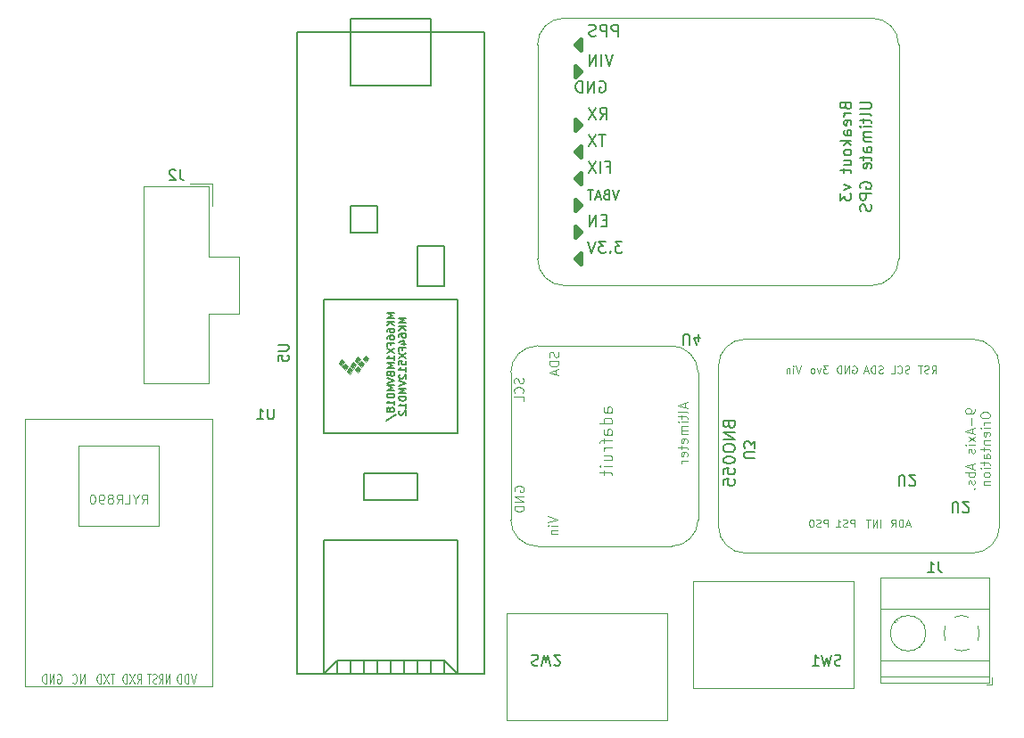
<source format=gbr>
%TF.GenerationSoftware,KiCad,Pcbnew,(6.0.5)*%
%TF.CreationDate,2022-06-23T19:18:52+02:00*%
%TF.ProjectId,odb,6f64622e-6b69-4636-9164-5f7063625858,3*%
%TF.SameCoordinates,Original*%
%TF.FileFunction,Legend,Bot*%
%TF.FilePolarity,Positive*%
%FSLAX46Y46*%
G04 Gerber Fmt 4.6, Leading zero omitted, Abs format (unit mm)*
G04 Created by KiCad (PCBNEW (6.0.5)) date 2022-06-23 19:18:52*
%MOMM*%
%LPD*%
G01*
G04 APERTURE LIST*
%ADD10C,0.150000*%
%ADD11C,0.190500*%
%ADD12C,0.160020*%
%ADD13C,0.121920*%
%ADD14C,0.101600*%
%ADD15C,0.097536*%
%ADD16C,0.152400*%
%ADD17C,0.120000*%
%ADD18C,0.406400*%
%ADD19C,0.050000*%
%ADD20C,0.100000*%
G04 APERTURE END LIST*
D10*
%TO.C,SW1*%
X179133333Y-124229261D02*
X178990476Y-124276880D01*
X178752380Y-124276880D01*
X178657142Y-124229261D01*
X178609523Y-124181642D01*
X178561904Y-124086404D01*
X178561904Y-123991166D01*
X178609523Y-123895928D01*
X178657142Y-123848309D01*
X178752380Y-123800690D01*
X178942857Y-123753071D01*
X179038095Y-123705452D01*
X179085714Y-123657833D01*
X179133333Y-123562595D01*
X179133333Y-123467357D01*
X179085714Y-123372119D01*
X179038095Y-123324500D01*
X178942857Y-123276880D01*
X178704761Y-123276880D01*
X178561904Y-123324500D01*
X178228571Y-123276880D02*
X177990476Y-124276880D01*
X177800000Y-123562595D01*
X177609523Y-124276880D01*
X177371428Y-123276880D01*
X176466666Y-124276880D02*
X177038095Y-124276880D01*
X176752380Y-124276880D02*
X176752380Y-123276880D01*
X176847619Y-123419738D01*
X176942857Y-123514976D01*
X177038095Y-123562595D01*
%TO.C,SW2*%
X149853740Y-123333082D02*
X149996597Y-123285463D01*
X150234693Y-123285463D01*
X150329931Y-123333082D01*
X150377550Y-123380701D01*
X150425169Y-123475939D01*
X150425169Y-123571177D01*
X150377550Y-123666415D01*
X150329931Y-123714034D01*
X150234693Y-123761653D01*
X150044216Y-123809272D01*
X149948978Y-123856891D01*
X149901359Y-123904510D01*
X149853740Y-123999748D01*
X149853740Y-124094986D01*
X149901359Y-124190224D01*
X149948978Y-124237844D01*
X150044216Y-124285463D01*
X150282312Y-124285463D01*
X150425169Y-124237844D01*
X150758502Y-124285463D02*
X150996597Y-123285463D01*
X151187074Y-123999748D01*
X151377550Y-123285463D01*
X151615645Y-124285463D01*
X151948978Y-124190224D02*
X151996597Y-124237844D01*
X152091835Y-124285463D01*
X152329931Y-124285463D01*
X152425169Y-124237844D01*
X152472788Y-124190224D01*
X152520407Y-124094986D01*
X152520407Y-123999748D01*
X152472788Y-123856891D01*
X151901359Y-123285463D01*
X152520407Y-123285463D01*
%TO.C,J1*%
X188420333Y-114416880D02*
X188420333Y-115131166D01*
X188467952Y-115274023D01*
X188563190Y-115369261D01*
X188706047Y-115416880D01*
X188801285Y-115416880D01*
X187420333Y-115416880D02*
X187991761Y-115416880D01*
X187706047Y-115416880D02*
X187706047Y-114416880D01*
X187801285Y-114559738D01*
X187896523Y-114654976D01*
X187991761Y-114702595D01*
%TO.C,U4*%
X164211095Y-93812061D02*
X164211095Y-93002537D01*
X164258714Y-92907299D01*
X164306333Y-92859680D01*
X164401571Y-92812061D01*
X164592047Y-92812061D01*
X164687285Y-92859680D01*
X164734904Y-92907299D01*
X164782523Y-93002537D01*
X164782523Y-93812061D01*
X165687285Y-93478727D02*
X165687285Y-92812061D01*
X165449190Y-93859680D02*
X165211095Y-93145394D01*
X165830142Y-93145394D01*
D11*
X180987095Y-70785290D02*
X181860976Y-70785290D01*
X181963785Y-70836695D01*
X182015190Y-70888100D01*
X182066595Y-70990909D01*
X182066595Y-71196528D01*
X182015190Y-71299338D01*
X181963785Y-71350743D01*
X181860976Y-71402147D01*
X180987095Y-71402147D01*
X182066595Y-72070409D02*
X182015190Y-71967600D01*
X181912380Y-71916195D01*
X180987095Y-71916195D01*
X181346928Y-72327433D02*
X181346928Y-72738671D01*
X180987095Y-72481647D02*
X181912380Y-72481647D01*
X182015190Y-72533052D01*
X182066595Y-72635862D01*
X182066595Y-72738671D01*
X182066595Y-73098505D02*
X181346928Y-73098505D01*
X180987095Y-73098505D02*
X181038500Y-73047100D01*
X181089904Y-73098505D01*
X181038500Y-73149909D01*
X180987095Y-73098505D01*
X181089904Y-73098505D01*
X182066595Y-73612552D02*
X181346928Y-73612552D01*
X181449738Y-73612552D02*
X181398333Y-73663957D01*
X181346928Y-73766767D01*
X181346928Y-73920981D01*
X181398333Y-74023790D01*
X181501142Y-74075195D01*
X182066595Y-74075195D01*
X181501142Y-74075195D02*
X181398333Y-74126600D01*
X181346928Y-74229409D01*
X181346928Y-74383624D01*
X181398333Y-74486433D01*
X181501142Y-74537838D01*
X182066595Y-74537838D01*
X182066595Y-75514528D02*
X181501142Y-75514528D01*
X181398333Y-75463124D01*
X181346928Y-75360314D01*
X181346928Y-75154695D01*
X181398333Y-75051886D01*
X182015190Y-75514528D02*
X182066595Y-75411719D01*
X182066595Y-75154695D01*
X182015190Y-75051886D01*
X181912380Y-75000481D01*
X181809571Y-75000481D01*
X181706761Y-75051886D01*
X181655357Y-75154695D01*
X181655357Y-75411719D01*
X181603952Y-75514528D01*
X181346928Y-75874362D02*
X181346928Y-76285600D01*
X180987095Y-76028576D02*
X181912380Y-76028576D01*
X182015190Y-76079981D01*
X182066595Y-76182790D01*
X182066595Y-76285600D01*
X182015190Y-77056671D02*
X182066595Y-76953862D01*
X182066595Y-76748243D01*
X182015190Y-76645433D01*
X181912380Y-76594028D01*
X181501142Y-76594028D01*
X181398333Y-76645433D01*
X181346928Y-76748243D01*
X181346928Y-76953862D01*
X181398333Y-77056671D01*
X181501142Y-77108076D01*
X181603952Y-77108076D01*
X181706761Y-76594028D01*
X181038500Y-78958647D02*
X180987095Y-78855838D01*
X180987095Y-78701624D01*
X181038500Y-78547409D01*
X181141309Y-78444600D01*
X181244119Y-78393195D01*
X181449738Y-78341790D01*
X181603952Y-78341790D01*
X181809571Y-78393195D01*
X181912380Y-78444600D01*
X182015190Y-78547409D01*
X182066595Y-78701624D01*
X182066595Y-78804433D01*
X182015190Y-78958647D01*
X181963785Y-79010052D01*
X181603952Y-79010052D01*
X181603952Y-78804433D01*
X182066595Y-79472695D02*
X180987095Y-79472695D01*
X180987095Y-79883933D01*
X181038500Y-79986743D01*
X181089904Y-80038147D01*
X181192714Y-80089552D01*
X181346928Y-80089552D01*
X181449738Y-80038147D01*
X181501142Y-79986743D01*
X181552547Y-79883933D01*
X181552547Y-79472695D01*
X182015190Y-80500790D02*
X182066595Y-80655005D01*
X182066595Y-80912028D01*
X182015190Y-81014838D01*
X181963785Y-81066243D01*
X181860976Y-81117647D01*
X181758166Y-81117647D01*
X181655357Y-81066243D01*
X181603952Y-81014838D01*
X181552547Y-80912028D01*
X181501142Y-80706409D01*
X181449738Y-80603600D01*
X181398333Y-80552195D01*
X181295523Y-80500790D01*
X181192714Y-80500790D01*
X181089904Y-80552195D01*
X181038500Y-80603600D01*
X180987095Y-80706409D01*
X180987095Y-80963433D01*
X181038500Y-81117647D01*
D12*
X158109793Y-79106482D02*
X157807533Y-80013262D01*
X157505273Y-79106482D01*
X156900753Y-79538282D02*
X156771213Y-79581462D01*
X156728033Y-79624642D01*
X156684853Y-79711002D01*
X156684853Y-79840542D01*
X156728033Y-79926902D01*
X156771213Y-79970082D01*
X156857573Y-80013262D01*
X157203013Y-80013262D01*
X157203013Y-79106482D01*
X156900753Y-79106482D01*
X156814393Y-79149662D01*
X156771213Y-79192842D01*
X156728033Y-79279202D01*
X156728033Y-79365562D01*
X156771213Y-79451922D01*
X156814393Y-79495102D01*
X156900753Y-79538282D01*
X157203013Y-79538282D01*
X156339413Y-79754182D02*
X155907613Y-79754182D01*
X156425773Y-80013262D02*
X156123513Y-79106482D01*
X155821253Y-80013262D01*
X155648533Y-79106482D02*
X155130373Y-79106482D01*
X155389453Y-80013262D02*
X155389453Y-79106482D01*
D11*
X156261253Y-68816942D02*
X156364063Y-68765537D01*
X156518277Y-68765537D01*
X156672491Y-68816942D01*
X156775301Y-68919751D01*
X156826705Y-69022561D01*
X156878110Y-69228180D01*
X156878110Y-69382394D01*
X156826705Y-69588013D01*
X156775301Y-69690822D01*
X156672491Y-69793632D01*
X156518277Y-69845037D01*
X156415467Y-69845037D01*
X156261253Y-69793632D01*
X156209848Y-69742227D01*
X156209848Y-69382394D01*
X156415467Y-69382394D01*
X155747205Y-69845037D02*
X155747205Y-68765537D01*
X155130348Y-69845037D01*
X155130348Y-68765537D01*
X154616301Y-69845037D02*
X154616301Y-68765537D01*
X154359277Y-68765537D01*
X154205063Y-68816942D01*
X154102253Y-68919751D01*
X154050848Y-69022561D01*
X153999444Y-69228180D01*
X153999444Y-69382394D01*
X154050848Y-69588013D01*
X154102253Y-69690822D01*
X154205063Y-69793632D01*
X154359277Y-69845037D01*
X154616301Y-69845037D01*
X179596142Y-71145124D02*
X179647547Y-71299338D01*
X179698952Y-71350743D01*
X179801761Y-71402147D01*
X179955976Y-71402147D01*
X180058785Y-71350743D01*
X180110190Y-71299338D01*
X180161595Y-71196528D01*
X180161595Y-70785290D01*
X179082095Y-70785290D01*
X179082095Y-71145124D01*
X179133500Y-71247933D01*
X179184904Y-71299338D01*
X179287714Y-71350743D01*
X179390523Y-71350743D01*
X179493333Y-71299338D01*
X179544738Y-71247933D01*
X179596142Y-71145124D01*
X179596142Y-70785290D01*
X180161595Y-71864790D02*
X179441928Y-71864790D01*
X179647547Y-71864790D02*
X179544738Y-71916195D01*
X179493333Y-71967600D01*
X179441928Y-72070409D01*
X179441928Y-72173219D01*
X180110190Y-72944290D02*
X180161595Y-72841481D01*
X180161595Y-72635862D01*
X180110190Y-72533052D01*
X180007380Y-72481647D01*
X179596142Y-72481647D01*
X179493333Y-72533052D01*
X179441928Y-72635862D01*
X179441928Y-72841481D01*
X179493333Y-72944290D01*
X179596142Y-72995695D01*
X179698952Y-72995695D01*
X179801761Y-72481647D01*
X180161595Y-73920981D02*
X179596142Y-73920981D01*
X179493333Y-73869576D01*
X179441928Y-73766767D01*
X179441928Y-73561147D01*
X179493333Y-73458338D01*
X180110190Y-73920981D02*
X180161595Y-73818171D01*
X180161595Y-73561147D01*
X180110190Y-73458338D01*
X180007380Y-73406933D01*
X179904571Y-73406933D01*
X179801761Y-73458338D01*
X179750357Y-73561147D01*
X179750357Y-73818171D01*
X179698952Y-73920981D01*
X180161595Y-74435028D02*
X179082095Y-74435028D01*
X179750357Y-74537838D02*
X180161595Y-74846267D01*
X179441928Y-74846267D02*
X179853166Y-74435028D01*
X180161595Y-75463124D02*
X180110190Y-75360314D01*
X180058785Y-75308909D01*
X179955976Y-75257505D01*
X179647547Y-75257505D01*
X179544738Y-75308909D01*
X179493333Y-75360314D01*
X179441928Y-75463124D01*
X179441928Y-75617338D01*
X179493333Y-75720147D01*
X179544738Y-75771552D01*
X179647547Y-75822957D01*
X179955976Y-75822957D01*
X180058785Y-75771552D01*
X180110190Y-75720147D01*
X180161595Y-75617338D01*
X180161595Y-75463124D01*
X179441928Y-76748243D02*
X180161595Y-76748243D01*
X179441928Y-76285600D02*
X180007380Y-76285600D01*
X180110190Y-76337005D01*
X180161595Y-76439814D01*
X180161595Y-76594028D01*
X180110190Y-76696838D01*
X180058785Y-76748243D01*
X179441928Y-77108076D02*
X179441928Y-77519314D01*
X179082095Y-77262290D02*
X180007380Y-77262290D01*
X180110190Y-77313695D01*
X180161595Y-77416505D01*
X180161595Y-77519314D01*
X179441928Y-78598814D02*
X180161595Y-78855838D01*
X179441928Y-79112862D01*
X179082095Y-79421290D02*
X179082095Y-80089552D01*
X179493333Y-79729719D01*
X179493333Y-79883933D01*
X179544738Y-79986743D01*
X179596142Y-80038147D01*
X179698952Y-80089552D01*
X179955976Y-80089552D01*
X180058785Y-80038147D01*
X180110190Y-79986743D01*
X180161595Y-79883933D01*
X180161595Y-79575505D01*
X180110190Y-79472695D01*
X180058785Y-79421290D01*
X157531253Y-66225537D02*
X157171420Y-67305037D01*
X156811586Y-66225537D01*
X156451753Y-67305037D02*
X156451753Y-66225537D01*
X155937705Y-67305037D02*
X155937705Y-66225537D01*
X155320848Y-67305037D01*
X155320848Y-66225537D01*
X156914396Y-76899584D02*
X157274229Y-76899584D01*
X157274229Y-77465037D02*
X157274229Y-76385537D01*
X156760182Y-76385537D01*
X156348944Y-77465037D02*
X156348944Y-76385537D01*
X155937705Y-76385537D02*
X155218039Y-77465037D01*
X155218039Y-76385537D02*
X155937705Y-77465037D01*
X157993896Y-64511037D02*
X157993896Y-63431537D01*
X157582658Y-63431537D01*
X157479848Y-63482942D01*
X157428444Y-63534346D01*
X157377039Y-63637156D01*
X157377039Y-63791370D01*
X157428444Y-63894180D01*
X157479848Y-63945584D01*
X157582658Y-63996989D01*
X157993896Y-63996989D01*
X156914396Y-64511037D02*
X156914396Y-63431537D01*
X156503158Y-63431537D01*
X156400348Y-63482942D01*
X156348944Y-63534346D01*
X156297539Y-63637156D01*
X156297539Y-63791370D01*
X156348944Y-63894180D01*
X156400348Y-63945584D01*
X156503158Y-63996989D01*
X156914396Y-63996989D01*
X155886301Y-64459632D02*
X155732086Y-64511037D01*
X155475063Y-64511037D01*
X155372253Y-64459632D01*
X155320848Y-64408227D01*
X155269444Y-64305418D01*
X155269444Y-64202608D01*
X155320848Y-64099799D01*
X155372253Y-64048394D01*
X155475063Y-63996989D01*
X155680682Y-63945584D01*
X155783491Y-63894180D01*
X155834896Y-63842775D01*
X155886301Y-63739965D01*
X155886301Y-63637156D01*
X155834896Y-63534346D01*
X155783491Y-63482942D01*
X155680682Y-63431537D01*
X155423658Y-63431537D01*
X155269444Y-63482942D01*
X156811586Y-73845537D02*
X156194729Y-73845537D01*
X156503158Y-74925037D02*
X156503158Y-73845537D01*
X155937705Y-73845537D02*
X155218039Y-74925037D01*
X155218039Y-73845537D02*
X155937705Y-74925037D01*
X156297539Y-72385037D02*
X156657372Y-71870989D01*
X156914396Y-72385037D02*
X156914396Y-71305537D01*
X156503158Y-71305537D01*
X156400348Y-71356942D01*
X156348944Y-71408346D01*
X156297539Y-71511156D01*
X156297539Y-71665370D01*
X156348944Y-71768180D01*
X156400348Y-71819584D01*
X156503158Y-71870989D01*
X156914396Y-71870989D01*
X155937705Y-71305537D02*
X155218039Y-72385037D01*
X155218039Y-71305537D02*
X155937705Y-72385037D01*
X158405134Y-84005537D02*
X157736872Y-84005537D01*
X158096705Y-84416775D01*
X157942491Y-84416775D01*
X157839682Y-84468180D01*
X157788277Y-84519584D01*
X157736872Y-84622394D01*
X157736872Y-84879418D01*
X157788277Y-84982227D01*
X157839682Y-85033632D01*
X157942491Y-85085037D01*
X158250920Y-85085037D01*
X158353729Y-85033632D01*
X158405134Y-84982227D01*
X157274229Y-84982227D02*
X157222825Y-85033632D01*
X157274229Y-85085037D01*
X157325634Y-85033632D01*
X157274229Y-84982227D01*
X157274229Y-85085037D01*
X156862991Y-84005537D02*
X156194729Y-84005537D01*
X156554563Y-84416775D01*
X156400348Y-84416775D01*
X156297539Y-84468180D01*
X156246134Y-84519584D01*
X156194729Y-84622394D01*
X156194729Y-84879418D01*
X156246134Y-84982227D01*
X156297539Y-85033632D01*
X156400348Y-85085037D01*
X156708777Y-85085037D01*
X156811586Y-85033632D01*
X156862991Y-84982227D01*
X155886301Y-84005537D02*
X155526467Y-85085037D01*
X155166634Y-84005537D01*
X156914396Y-81979584D02*
X156554563Y-81979584D01*
X156400348Y-82545037D02*
X156914396Y-82545037D01*
X156914396Y-81465537D01*
X156400348Y-81465537D01*
X155937705Y-82545037D02*
X155937705Y-81465537D01*
X155320848Y-82545037D01*
X155320848Y-81465537D01*
D10*
%TO.C,U5*%
X125746447Y-93822537D02*
X126555971Y-93822537D01*
X126651209Y-93870156D01*
X126698828Y-93917775D01*
X126746447Y-94013013D01*
X126746447Y-94203489D01*
X126698828Y-94298727D01*
X126651209Y-94346346D01*
X126555971Y-94393965D01*
X125746447Y-94393965D01*
X125746447Y-95346346D02*
X125746447Y-94870156D01*
X126222638Y-94822537D01*
X126175019Y-94870156D01*
X126127400Y-94965394D01*
X126127400Y-95203489D01*
X126175019Y-95298727D01*
X126222638Y-95346346D01*
X126317876Y-95393965D01*
X126555971Y-95393965D01*
X126651209Y-95346346D01*
X126698828Y-95298727D01*
X126746447Y-95203489D01*
X126746447Y-94965394D01*
X126698828Y-94870156D01*
X126651209Y-94822537D01*
X137913733Y-91254442D02*
X137213733Y-91254442D01*
X137713733Y-91487775D01*
X137213733Y-91721108D01*
X137913733Y-91721108D01*
X137913733Y-92054442D02*
X137213733Y-92054442D01*
X137913733Y-92454442D02*
X137513733Y-92154442D01*
X137213733Y-92454442D02*
X137613733Y-92054442D01*
X137213733Y-93054442D02*
X137213733Y-92921108D01*
X137247067Y-92854442D01*
X137280400Y-92821108D01*
X137380400Y-92754442D01*
X137513733Y-92721108D01*
X137780400Y-92721108D01*
X137847067Y-92754442D01*
X137880400Y-92787775D01*
X137913733Y-92854442D01*
X137913733Y-92987775D01*
X137880400Y-93054442D01*
X137847067Y-93087775D01*
X137780400Y-93121108D01*
X137613733Y-93121108D01*
X137547067Y-93087775D01*
X137513733Y-93054442D01*
X137480400Y-92987775D01*
X137480400Y-92854442D01*
X137513733Y-92787775D01*
X137547067Y-92754442D01*
X137613733Y-92721108D01*
X137447067Y-93721108D02*
X137913733Y-93721108D01*
X137180400Y-93554442D02*
X137680400Y-93387775D01*
X137680400Y-93821108D01*
X137547067Y-94321108D02*
X137547067Y-94087775D01*
X137913733Y-94087775D02*
X137213733Y-94087775D01*
X137213733Y-94421108D01*
X137213733Y-94621108D02*
X137913733Y-95087775D01*
X137213733Y-95087775D02*
X137913733Y-94621108D01*
X137213733Y-95687775D02*
X137213733Y-95354442D01*
X137547067Y-95321108D01*
X137513733Y-95354442D01*
X137480400Y-95421108D01*
X137480400Y-95587775D01*
X137513733Y-95654442D01*
X137547067Y-95687775D01*
X137613733Y-95721108D01*
X137780400Y-95721108D01*
X137847067Y-95687775D01*
X137880400Y-95654442D01*
X137913733Y-95587775D01*
X137913733Y-95421108D01*
X137880400Y-95354442D01*
X137847067Y-95321108D01*
X137913733Y-96387775D02*
X137913733Y-95987775D01*
X137913733Y-96187775D02*
X137213733Y-96187775D01*
X137313733Y-96121108D01*
X137380400Y-96054442D01*
X137413733Y-95987775D01*
X137280400Y-96654442D02*
X137247067Y-96687775D01*
X137213733Y-96754442D01*
X137213733Y-96921108D01*
X137247067Y-96987775D01*
X137280400Y-97021108D01*
X137347067Y-97054442D01*
X137413733Y-97054442D01*
X137513733Y-97021108D01*
X137913733Y-96621108D01*
X137913733Y-97054442D01*
X137213733Y-97254442D02*
X137913733Y-97487775D01*
X137213733Y-97721108D01*
X137913733Y-97954442D02*
X137213733Y-97954442D01*
X137713733Y-98187775D01*
X137213733Y-98421108D01*
X137913733Y-98421108D01*
X137913733Y-98754442D02*
X137213733Y-98754442D01*
X137213733Y-98921108D01*
X137247067Y-99021108D01*
X137313733Y-99087775D01*
X137380400Y-99121108D01*
X137513733Y-99154442D01*
X137613733Y-99154442D01*
X137747067Y-99121108D01*
X137813733Y-99087775D01*
X137880400Y-99021108D01*
X137913733Y-98921108D01*
X137913733Y-98754442D01*
X137913733Y-99821108D02*
X137913733Y-99421108D01*
X137913733Y-99621108D02*
X137213733Y-99621108D01*
X137313733Y-99554442D01*
X137380400Y-99487775D01*
X137413733Y-99421108D01*
X137280400Y-100087775D02*
X137247067Y-100121108D01*
X137213733Y-100187775D01*
X137213733Y-100354442D01*
X137247067Y-100421108D01*
X137280400Y-100454442D01*
X137347067Y-100487775D01*
X137413733Y-100487775D01*
X137513733Y-100454442D01*
X137913733Y-100054442D01*
X137913733Y-100487775D01*
X136770733Y-90804442D02*
X136070733Y-90804442D01*
X136570733Y-91037775D01*
X136070733Y-91271108D01*
X136770733Y-91271108D01*
X136770733Y-91604442D02*
X136070733Y-91604442D01*
X136770733Y-92004442D02*
X136370733Y-91704442D01*
X136070733Y-92004442D02*
X136470733Y-91604442D01*
X136070733Y-92604442D02*
X136070733Y-92471108D01*
X136104067Y-92404442D01*
X136137400Y-92371108D01*
X136237400Y-92304442D01*
X136370733Y-92271108D01*
X136637400Y-92271108D01*
X136704067Y-92304442D01*
X136737400Y-92337775D01*
X136770733Y-92404442D01*
X136770733Y-92537775D01*
X136737400Y-92604442D01*
X136704067Y-92637775D01*
X136637400Y-92671108D01*
X136470733Y-92671108D01*
X136404067Y-92637775D01*
X136370733Y-92604442D01*
X136337400Y-92537775D01*
X136337400Y-92404442D01*
X136370733Y-92337775D01*
X136404067Y-92304442D01*
X136470733Y-92271108D01*
X136070733Y-93271108D02*
X136070733Y-93137775D01*
X136104067Y-93071108D01*
X136137400Y-93037775D01*
X136237400Y-92971108D01*
X136370733Y-92937775D01*
X136637400Y-92937775D01*
X136704067Y-92971108D01*
X136737400Y-93004442D01*
X136770733Y-93071108D01*
X136770733Y-93204442D01*
X136737400Y-93271108D01*
X136704067Y-93304442D01*
X136637400Y-93337775D01*
X136470733Y-93337775D01*
X136404067Y-93304442D01*
X136370733Y-93271108D01*
X136337400Y-93204442D01*
X136337400Y-93071108D01*
X136370733Y-93004442D01*
X136404067Y-92971108D01*
X136470733Y-92937775D01*
X136404067Y-93871108D02*
X136404067Y-93637775D01*
X136770733Y-93637775D02*
X136070733Y-93637775D01*
X136070733Y-93971108D01*
X136070733Y-94171108D02*
X136770733Y-94637775D01*
X136070733Y-94637775D02*
X136770733Y-94171108D01*
X136770733Y-95271108D02*
X136770733Y-94871108D01*
X136770733Y-95071108D02*
X136070733Y-95071108D01*
X136170733Y-95004442D01*
X136237400Y-94937775D01*
X136270733Y-94871108D01*
X136770733Y-95571108D02*
X136070733Y-95571108D01*
X136570733Y-95804442D01*
X136070733Y-96037775D01*
X136770733Y-96037775D01*
X136404067Y-96604442D02*
X136437400Y-96704442D01*
X136470733Y-96737775D01*
X136537400Y-96771108D01*
X136637400Y-96771108D01*
X136704067Y-96737775D01*
X136737400Y-96704442D01*
X136770733Y-96637775D01*
X136770733Y-96371108D01*
X136070733Y-96371108D01*
X136070733Y-96604442D01*
X136104067Y-96671108D01*
X136137400Y-96704442D01*
X136204067Y-96737775D01*
X136270733Y-96737775D01*
X136337400Y-96704442D01*
X136370733Y-96671108D01*
X136404067Y-96604442D01*
X136404067Y-96371108D01*
X136070733Y-96971108D02*
X136770733Y-97204442D01*
X136070733Y-97437775D01*
X136770733Y-97671108D02*
X136070733Y-97671108D01*
X136570733Y-97904442D01*
X136070733Y-98137775D01*
X136770733Y-98137775D01*
X136770733Y-98471108D02*
X136070733Y-98471108D01*
X136070733Y-98637775D01*
X136104067Y-98737775D01*
X136170733Y-98804442D01*
X136237400Y-98837775D01*
X136370733Y-98871108D01*
X136470733Y-98871108D01*
X136604067Y-98837775D01*
X136670733Y-98804442D01*
X136737400Y-98737775D01*
X136770733Y-98637775D01*
X136770733Y-98471108D01*
X136770733Y-99537775D02*
X136770733Y-99137775D01*
X136770733Y-99337775D02*
X136070733Y-99337775D01*
X136170733Y-99271108D01*
X136237400Y-99204442D01*
X136270733Y-99137775D01*
X136370733Y-99937775D02*
X136337400Y-99871108D01*
X136304067Y-99837775D01*
X136237400Y-99804442D01*
X136204067Y-99804442D01*
X136137400Y-99837775D01*
X136104067Y-99871108D01*
X136070733Y-99937775D01*
X136070733Y-100071108D01*
X136104067Y-100137775D01*
X136137400Y-100171108D01*
X136204067Y-100204442D01*
X136237400Y-100204442D01*
X136304067Y-100171108D01*
X136337400Y-100137775D01*
X136370733Y-100071108D01*
X136370733Y-99937775D01*
X136404067Y-99871108D01*
X136437400Y-99837775D01*
X136504067Y-99804442D01*
X136637400Y-99804442D01*
X136704067Y-99837775D01*
X136737400Y-99871108D01*
X136770733Y-99937775D01*
X136770733Y-100071108D01*
X136737400Y-100137775D01*
X136704067Y-100171108D01*
X136637400Y-100204442D01*
X136504067Y-100204442D01*
X136437400Y-100171108D01*
X136404067Y-100137775D01*
X136370733Y-100071108D01*
X136037400Y-101004442D02*
X136937400Y-100404442D01*
%TO.C,U1*%
X125348904Y-99896880D02*
X125348904Y-100706404D01*
X125301285Y-100801642D01*
X125253666Y-100849261D01*
X125158428Y-100896880D01*
X124967952Y-100896880D01*
X124872714Y-100849261D01*
X124825095Y-100801642D01*
X124777476Y-100706404D01*
X124777476Y-99896880D01*
X123777476Y-100896880D02*
X124348904Y-100896880D01*
X124063190Y-100896880D02*
X124063190Y-99896880D01*
X124158428Y-100039738D01*
X124253666Y-100134976D01*
X124348904Y-100182595D01*
D13*
X107357000Y-125990912D02*
X107357000Y-125096832D01*
X106957000Y-125990912D01*
X106957000Y-125096832D01*
X106223666Y-125905762D02*
X106257000Y-125948337D01*
X106357000Y-125990912D01*
X106423666Y-125990912D01*
X106523666Y-125948337D01*
X106590333Y-125863187D01*
X106623666Y-125778036D01*
X106657000Y-125607735D01*
X106657000Y-125480009D01*
X106623666Y-125309708D01*
X106590333Y-125224558D01*
X106523666Y-125139408D01*
X106423666Y-125096832D01*
X106357000Y-125096832D01*
X106257000Y-125139408D01*
X106223666Y-125181983D01*
X117940333Y-125096832D02*
X117707000Y-125990912D01*
X117473666Y-125096832D01*
X117240333Y-125990912D02*
X117240333Y-125096832D01*
X117073666Y-125096832D01*
X116973666Y-125139408D01*
X116907000Y-125224558D01*
X116873666Y-125309708D01*
X116840333Y-125480009D01*
X116840333Y-125607735D01*
X116873666Y-125778036D01*
X116907000Y-125863187D01*
X116973666Y-125948337D01*
X117073666Y-125990912D01*
X117240333Y-125990912D01*
X116540333Y-125990912D02*
X116540333Y-125096832D01*
X116373666Y-125096832D01*
X116273666Y-125139408D01*
X116207000Y-125224558D01*
X116173666Y-125309708D01*
X116140333Y-125480009D01*
X116140333Y-125607735D01*
X116173666Y-125778036D01*
X116207000Y-125863187D01*
X116273666Y-125948337D01*
X116373666Y-125990912D01*
X116540333Y-125990912D01*
X104800333Y-125139408D02*
X104867000Y-125096832D01*
X104967000Y-125096832D01*
X105067000Y-125139408D01*
X105133666Y-125224558D01*
X105167000Y-125309708D01*
X105200333Y-125480009D01*
X105200333Y-125607735D01*
X105167000Y-125778036D01*
X105133666Y-125863187D01*
X105067000Y-125948337D01*
X104967000Y-125990912D01*
X104900333Y-125990912D01*
X104800333Y-125948337D01*
X104767000Y-125905762D01*
X104767000Y-125607735D01*
X104900333Y-125607735D01*
X104467000Y-125990912D02*
X104467000Y-125096832D01*
X104067000Y-125990912D01*
X104067000Y-125096832D01*
X103733666Y-125990912D02*
X103733666Y-125096832D01*
X103567000Y-125096832D01*
X103467000Y-125139408D01*
X103400333Y-125224558D01*
X103367000Y-125309708D01*
X103333666Y-125480009D01*
X103333666Y-125607735D01*
X103367000Y-125778036D01*
X103400333Y-125863187D01*
X103467000Y-125948337D01*
X103567000Y-125990912D01*
X103733666Y-125990912D01*
X112809624Y-108928964D02*
X113107651Y-108503212D01*
X113320527Y-108928964D02*
X113320527Y-108034884D01*
X112979925Y-108034884D01*
X112894775Y-108077460D01*
X112852200Y-108120035D01*
X112809624Y-108205185D01*
X112809624Y-108332911D01*
X112852200Y-108418061D01*
X112894775Y-108460637D01*
X112979925Y-108503212D01*
X113320527Y-108503212D01*
X112256146Y-108503212D02*
X112256146Y-108928964D01*
X112554173Y-108034884D02*
X112256146Y-108503212D01*
X111958120Y-108034884D01*
X111234340Y-108928964D02*
X111660093Y-108928964D01*
X111660093Y-108034884D01*
X110425411Y-108928964D02*
X110723438Y-108503212D01*
X110936314Y-108928964D02*
X110936314Y-108034884D01*
X110595712Y-108034884D01*
X110510561Y-108077460D01*
X110467986Y-108120035D01*
X110425411Y-108205185D01*
X110425411Y-108332911D01*
X110467986Y-108418061D01*
X110510561Y-108460637D01*
X110595712Y-108503212D01*
X110936314Y-108503212D01*
X109914508Y-108418061D02*
X109999659Y-108375486D01*
X110042234Y-108332911D01*
X110084809Y-108247760D01*
X110084809Y-108205185D01*
X110042234Y-108120035D01*
X109999659Y-108077460D01*
X109914508Y-108034884D01*
X109744207Y-108034884D01*
X109659057Y-108077460D01*
X109616481Y-108120035D01*
X109573906Y-108205185D01*
X109573906Y-108247760D01*
X109616481Y-108332911D01*
X109659057Y-108375486D01*
X109744207Y-108418061D01*
X109914508Y-108418061D01*
X109999659Y-108460637D01*
X110042234Y-108503212D01*
X110084809Y-108588362D01*
X110084809Y-108758663D01*
X110042234Y-108843814D01*
X109999659Y-108886389D01*
X109914508Y-108928964D01*
X109744207Y-108928964D01*
X109659057Y-108886389D01*
X109616481Y-108843814D01*
X109573906Y-108758663D01*
X109573906Y-108588362D01*
X109616481Y-108503212D01*
X109659057Y-108460637D01*
X109744207Y-108418061D01*
X109148154Y-108928964D02*
X108977853Y-108928964D01*
X108892702Y-108886389D01*
X108850127Y-108843814D01*
X108764977Y-108716088D01*
X108722401Y-108545787D01*
X108722401Y-108205185D01*
X108764977Y-108120035D01*
X108807552Y-108077460D01*
X108892702Y-108034884D01*
X109063003Y-108034884D01*
X109148154Y-108077460D01*
X109190729Y-108120035D01*
X109233304Y-108205185D01*
X109233304Y-108418061D01*
X109190729Y-108503212D01*
X109148154Y-108545787D01*
X109063003Y-108588362D01*
X108892702Y-108588362D01*
X108807552Y-108545787D01*
X108764977Y-108503212D01*
X108722401Y-108418061D01*
X108168923Y-108034884D02*
X108083773Y-108034884D01*
X107998622Y-108077460D01*
X107956047Y-108120035D01*
X107913472Y-108205185D01*
X107870897Y-108375486D01*
X107870897Y-108588362D01*
X107913472Y-108758663D01*
X107956047Y-108843814D01*
X107998622Y-108886389D01*
X108083773Y-108928964D01*
X108168923Y-108928964D01*
X108254074Y-108886389D01*
X108296649Y-108843814D01*
X108339224Y-108758663D01*
X108381800Y-108588362D01*
X108381800Y-108375486D01*
X108339224Y-108205185D01*
X108296649Y-108120035D01*
X108254074Y-108077460D01*
X108168923Y-108034884D01*
X110230333Y-125096832D02*
X109830333Y-125096832D01*
X110030333Y-125990912D02*
X110030333Y-125096832D01*
X109663666Y-125096832D02*
X109197000Y-125990912D01*
X109197000Y-125096832D02*
X109663666Y-125990912D01*
X108930333Y-125990912D02*
X108930333Y-125096832D01*
X108763666Y-125096832D01*
X108663666Y-125139408D01*
X108597000Y-125224558D01*
X108563666Y-125309708D01*
X108530333Y-125480009D01*
X108530333Y-125607735D01*
X108563666Y-125778036D01*
X108597000Y-125863187D01*
X108663666Y-125948337D01*
X108763666Y-125990912D01*
X108930333Y-125990912D01*
X112353666Y-125990912D02*
X112587000Y-125565160D01*
X112753666Y-125990912D02*
X112753666Y-125096832D01*
X112487000Y-125096832D01*
X112420333Y-125139408D01*
X112387000Y-125181983D01*
X112353666Y-125267133D01*
X112353666Y-125394859D01*
X112387000Y-125480009D01*
X112420333Y-125522585D01*
X112487000Y-125565160D01*
X112753666Y-125565160D01*
X112120333Y-125096832D02*
X111653666Y-125990912D01*
X111653666Y-125096832D02*
X112120333Y-125990912D01*
X111387000Y-125990912D02*
X111387000Y-125096832D01*
X111220333Y-125096832D01*
X111120333Y-125139408D01*
X111053666Y-125224558D01*
X111020333Y-125309708D01*
X110987000Y-125480009D01*
X110987000Y-125607735D01*
X111020333Y-125778036D01*
X111053666Y-125863187D01*
X111120333Y-125948337D01*
X111220333Y-125990912D01*
X111387000Y-125990912D01*
X115412714Y-125990912D02*
X115412714Y-125096832D01*
X115069857Y-125990912D01*
X115069857Y-125096832D01*
X114441285Y-125990912D02*
X114641285Y-125565160D01*
X114784142Y-125990912D02*
X114784142Y-125096832D01*
X114555571Y-125096832D01*
X114498428Y-125139408D01*
X114469857Y-125181983D01*
X114441285Y-125267133D01*
X114441285Y-125394859D01*
X114469857Y-125480009D01*
X114498428Y-125522585D01*
X114555571Y-125565160D01*
X114784142Y-125565160D01*
X114212714Y-125948337D02*
X114127000Y-125990912D01*
X113984142Y-125990912D01*
X113927000Y-125948337D01*
X113898428Y-125905762D01*
X113869857Y-125820611D01*
X113869857Y-125735461D01*
X113898428Y-125650310D01*
X113927000Y-125607735D01*
X113984142Y-125565160D01*
X114098428Y-125522585D01*
X114155571Y-125480009D01*
X114184142Y-125437434D01*
X114212714Y-125352284D01*
X114212714Y-125267133D01*
X114184142Y-125181983D01*
X114155571Y-125139408D01*
X114098428Y-125096832D01*
X113955571Y-125096832D01*
X113869857Y-125139408D01*
X113698428Y-125096832D02*
X113355571Y-125096832D01*
X113527000Y-125990912D02*
X113527000Y-125096832D01*
D10*
%TO.C,J2*%
X116428427Y-77156880D02*
X116428427Y-77871166D01*
X116476046Y-78014023D01*
X116571284Y-78109261D01*
X116714141Y-78156880D01*
X116809379Y-78156880D01*
X115999855Y-77252119D02*
X115952236Y-77204500D01*
X115856998Y-77156880D01*
X115618903Y-77156880D01*
X115523665Y-77204500D01*
X115476046Y-77252119D01*
X115428427Y-77347357D01*
X115428427Y-77442595D01*
X115476046Y-77585452D01*
X116047474Y-78156880D01*
X115428427Y-78156880D01*
%TO.C,U3*%
X170981619Y-104587404D02*
X170172095Y-104587404D01*
X170076857Y-104539785D01*
X170029238Y-104492166D01*
X169981619Y-104396928D01*
X169981619Y-104206452D01*
X170029238Y-104111214D01*
X170076857Y-104063595D01*
X170172095Y-104015976D01*
X170981619Y-104015976D01*
X170981619Y-103635023D02*
X170981619Y-103015976D01*
X170600666Y-103349309D01*
X170600666Y-103206452D01*
X170553047Y-103111214D01*
X170505428Y-103063595D01*
X170410190Y-103015976D01*
X170172095Y-103015976D01*
X170076857Y-103063595D01*
X170029238Y-103111214D01*
X169981619Y-103206452D01*
X169981619Y-103492166D01*
X170029238Y-103587404D01*
X170076857Y-103635023D01*
D13*
X149002889Y-96980119D02*
X149045464Y-97107844D01*
X149045464Y-97320720D01*
X149002889Y-97405871D01*
X148960314Y-97448446D01*
X148875163Y-97491021D01*
X148790013Y-97491021D01*
X148704862Y-97448446D01*
X148662287Y-97405871D01*
X148619712Y-97320720D01*
X148577137Y-97150420D01*
X148534561Y-97065269D01*
X148491986Y-97022694D01*
X148406836Y-96980119D01*
X148321685Y-96980119D01*
X148236535Y-97022694D01*
X148193960Y-97065269D01*
X148151384Y-97150420D01*
X148151384Y-97363296D01*
X148193960Y-97491021D01*
X148960314Y-98385101D02*
X149002889Y-98342526D01*
X149045464Y-98214800D01*
X149045464Y-98129650D01*
X149002889Y-98001924D01*
X148917739Y-97916774D01*
X148832588Y-97874199D01*
X148662287Y-97831623D01*
X148534561Y-97831623D01*
X148364260Y-97874199D01*
X148279110Y-97916774D01*
X148193960Y-98001924D01*
X148151384Y-98129650D01*
X148151384Y-98214800D01*
X148193960Y-98342526D01*
X148236535Y-98385101D01*
X149045464Y-99194031D02*
X149045464Y-98768279D01*
X148151384Y-98768279D01*
X148224960Y-107763296D02*
X148182384Y-107678145D01*
X148182384Y-107550420D01*
X148224960Y-107422694D01*
X148310110Y-107337543D01*
X148395260Y-107294968D01*
X148565561Y-107252393D01*
X148693287Y-107252393D01*
X148863588Y-107294968D01*
X148948739Y-107337543D01*
X149033889Y-107422694D01*
X149076464Y-107550420D01*
X149076464Y-107635570D01*
X149033889Y-107763296D01*
X148991314Y-107805871D01*
X148693287Y-107805871D01*
X148693287Y-107635570D01*
X149076464Y-108189048D02*
X148182384Y-108189048D01*
X149076464Y-108699951D01*
X148182384Y-108699951D01*
X149076464Y-109125703D02*
X148182384Y-109125703D01*
X148182384Y-109338580D01*
X148224960Y-109466305D01*
X148310110Y-109551456D01*
X148395260Y-109594031D01*
X148565561Y-109636606D01*
X148693287Y-109636606D01*
X148863588Y-109594031D01*
X148948739Y-109551456D01*
X149033889Y-109466305D01*
X149076464Y-109338580D01*
X149076464Y-109125703D01*
X164360013Y-99364534D02*
X164360013Y-99790286D01*
X164615464Y-99279383D02*
X163721384Y-99577410D01*
X164615464Y-99875437D01*
X164615464Y-100301189D02*
X164572889Y-100216039D01*
X164487739Y-100173463D01*
X163721384Y-100173463D01*
X164019411Y-100514065D02*
X164019411Y-100854667D01*
X163721384Y-100641791D02*
X164487739Y-100641791D01*
X164572889Y-100684366D01*
X164615464Y-100769517D01*
X164615464Y-100854667D01*
X164615464Y-101152694D02*
X164019411Y-101152694D01*
X163721384Y-101152694D02*
X163763960Y-101110119D01*
X163806535Y-101152694D01*
X163763960Y-101195269D01*
X163721384Y-101152694D01*
X163806535Y-101152694D01*
X164615464Y-101578446D02*
X164019411Y-101578446D01*
X164104561Y-101578446D02*
X164061986Y-101621021D01*
X164019411Y-101706172D01*
X164019411Y-101833898D01*
X164061986Y-101919048D01*
X164147137Y-101961623D01*
X164615464Y-101961623D01*
X164147137Y-101961623D02*
X164061986Y-102004199D01*
X164019411Y-102089349D01*
X164019411Y-102217075D01*
X164061986Y-102302225D01*
X164147137Y-102344800D01*
X164615464Y-102344800D01*
X164572889Y-103111155D02*
X164615464Y-103026004D01*
X164615464Y-102855703D01*
X164572889Y-102770553D01*
X164487739Y-102727978D01*
X164147137Y-102727978D01*
X164061986Y-102770553D01*
X164019411Y-102855703D01*
X164019411Y-103026004D01*
X164061986Y-103111155D01*
X164147137Y-103153730D01*
X164232287Y-103153730D01*
X164317438Y-102727978D01*
X164019411Y-103409181D02*
X164019411Y-103749783D01*
X163721384Y-103536907D02*
X164487739Y-103536907D01*
X164572889Y-103579482D01*
X164615464Y-103664633D01*
X164615464Y-103749783D01*
X164572889Y-104388412D02*
X164615464Y-104303261D01*
X164615464Y-104132960D01*
X164572889Y-104047810D01*
X164487739Y-104005235D01*
X164147137Y-104005235D01*
X164061986Y-104047810D01*
X164019411Y-104132960D01*
X164019411Y-104303261D01*
X164061986Y-104388412D01*
X164147137Y-104430987D01*
X164232287Y-104430987D01*
X164317438Y-104005235D01*
X164615464Y-104814164D02*
X164019411Y-104814164D01*
X164189712Y-104814164D02*
X164104561Y-104856740D01*
X164061986Y-104899315D01*
X164019411Y-104984465D01*
X164019411Y-105069616D01*
X152315889Y-94478831D02*
X152358464Y-94606557D01*
X152358464Y-94819433D01*
X152315889Y-94904583D01*
X152273314Y-94947159D01*
X152188163Y-94989734D01*
X152103013Y-94989734D01*
X152017862Y-94947159D01*
X151975287Y-94904583D01*
X151932712Y-94819433D01*
X151890137Y-94649132D01*
X151847561Y-94563981D01*
X151804986Y-94521406D01*
X151719836Y-94478831D01*
X151634685Y-94478831D01*
X151549535Y-94521406D01*
X151506960Y-94563981D01*
X151464384Y-94649132D01*
X151464384Y-94862008D01*
X151506960Y-94989734D01*
X152358464Y-95372911D02*
X151464384Y-95372911D01*
X151464384Y-95585787D01*
X151506960Y-95713513D01*
X151592110Y-95798663D01*
X151677260Y-95841239D01*
X151847561Y-95883814D01*
X151975287Y-95883814D01*
X152145588Y-95841239D01*
X152230739Y-95798663D01*
X152315889Y-95713513D01*
X152358464Y-95585787D01*
X152358464Y-95372911D01*
X152103013Y-96224416D02*
X152103013Y-96650168D01*
X152358464Y-96139265D02*
X151464384Y-96437292D01*
X152358464Y-96735319D01*
D14*
X157424361Y-100236473D02*
X156812342Y-100236473D01*
X156701066Y-100180835D01*
X156645428Y-100069559D01*
X156645428Y-99847006D01*
X156701066Y-99735730D01*
X157368723Y-100236473D02*
X157424361Y-100125197D01*
X157424361Y-99847006D01*
X157368723Y-99735730D01*
X157257447Y-99680092D01*
X157146171Y-99680092D01*
X157034895Y-99735730D01*
X156979257Y-99847006D01*
X156979257Y-100125197D01*
X156923619Y-100236473D01*
X157424361Y-101293597D02*
X156255961Y-101293597D01*
X157368723Y-101293597D02*
X157424361Y-101182320D01*
X157424361Y-100959768D01*
X157368723Y-100848492D01*
X157313085Y-100792854D01*
X157201809Y-100737216D01*
X156867980Y-100737216D01*
X156756704Y-100792854D01*
X156701066Y-100848492D01*
X156645428Y-100959768D01*
X156645428Y-101182320D01*
X156701066Y-101293597D01*
X157424361Y-102350720D02*
X156812342Y-102350720D01*
X156701066Y-102295082D01*
X156645428Y-102183806D01*
X156645428Y-101961254D01*
X156701066Y-101849978D01*
X157368723Y-102350720D02*
X157424361Y-102239444D01*
X157424361Y-101961254D01*
X157368723Y-101849978D01*
X157257447Y-101794340D01*
X157146171Y-101794340D01*
X157034895Y-101849978D01*
X156979257Y-101961254D01*
X156979257Y-102239444D01*
X156923619Y-102350720D01*
X156645428Y-102740187D02*
X156645428Y-103185292D01*
X157424361Y-102907101D02*
X156422876Y-102907101D01*
X156311600Y-102962740D01*
X156255961Y-103074016D01*
X156255961Y-103185292D01*
X157424361Y-103574759D02*
X156645428Y-103574759D01*
X156867980Y-103574759D02*
X156756704Y-103630397D01*
X156701066Y-103686035D01*
X156645428Y-103797311D01*
X156645428Y-103908587D01*
X156645428Y-104798797D02*
X157424361Y-104798797D01*
X156645428Y-104298054D02*
X157257447Y-104298054D01*
X157368723Y-104353692D01*
X157424361Y-104464968D01*
X157424361Y-104631882D01*
X157368723Y-104743159D01*
X157313085Y-104798797D01*
X157424361Y-105355178D02*
X156645428Y-105355178D01*
X156255961Y-105355178D02*
X156311600Y-105299540D01*
X156367238Y-105355178D01*
X156311600Y-105410816D01*
X156255961Y-105355178D01*
X156367238Y-105355178D01*
X156645428Y-105744644D02*
X156645428Y-106189749D01*
X156255961Y-105911559D02*
X157257447Y-105911559D01*
X157368723Y-105967197D01*
X157424361Y-106078473D01*
X157424361Y-106189749D01*
D13*
X151346384Y-110109132D02*
X152240464Y-110407159D01*
X151346384Y-110705185D01*
X152240464Y-111003212D02*
X151644411Y-111003212D01*
X151346384Y-111003212D02*
X151388960Y-110960637D01*
X151431535Y-111003212D01*
X151388960Y-111045787D01*
X151346384Y-111003212D01*
X151431535Y-111003212D01*
X151644411Y-111428964D02*
X152240464Y-111428964D01*
X151729561Y-111428964D02*
X151686986Y-111471540D01*
X151644411Y-111556690D01*
X151644411Y-111684416D01*
X151686986Y-111769566D01*
X151772137Y-111812141D01*
X152240464Y-111812141D01*
D10*
%TO.C,U2*%
X184658095Y-107227619D02*
X184658095Y-106418095D01*
X184705714Y-106322857D01*
X184753333Y-106275238D01*
X184848571Y-106227619D01*
X185039047Y-106227619D01*
X185134285Y-106275238D01*
X185181904Y-106322857D01*
X185229523Y-106418095D01*
X185229523Y-107227619D01*
X185658095Y-107132380D02*
X185705714Y-107180000D01*
X185800952Y-107227619D01*
X186039047Y-107227619D01*
X186134285Y-107180000D01*
X186181904Y-107132380D01*
X186229523Y-107037142D01*
X186229523Y-106941904D01*
X186181904Y-106799047D01*
X185610476Y-106227619D01*
X186229523Y-106227619D01*
D15*
X180478628Y-111134071D02*
X180478628Y-110418807D01*
X180206147Y-110418807D01*
X180138026Y-110452868D01*
X180103966Y-110486928D01*
X180069906Y-110555048D01*
X180069906Y-110657229D01*
X180103966Y-110725349D01*
X180138026Y-110759409D01*
X180206147Y-110793469D01*
X180478628Y-110793469D01*
X179797425Y-111100011D02*
X179695244Y-111134071D01*
X179524943Y-111134071D01*
X179456823Y-111100011D01*
X179422762Y-111065951D01*
X179388702Y-110997831D01*
X179388702Y-110929710D01*
X179422762Y-110861590D01*
X179456823Y-110827530D01*
X179524943Y-110793469D01*
X179661184Y-110759409D01*
X179729304Y-110725349D01*
X179763364Y-110691289D01*
X179797425Y-110623168D01*
X179797425Y-110555048D01*
X179763364Y-110486928D01*
X179729304Y-110452868D01*
X179661184Y-110418807D01*
X179490883Y-110418807D01*
X179388702Y-110452868D01*
X178707498Y-111134071D02*
X179116221Y-111134071D01*
X178911860Y-111134071D02*
X178911860Y-110418807D01*
X178979980Y-110520988D01*
X179048100Y-110589108D01*
X179116221Y-110623168D01*
X180282057Y-95847868D02*
X180350177Y-95813807D01*
X180452358Y-95813807D01*
X180554538Y-95847868D01*
X180622658Y-95915988D01*
X180656719Y-95984108D01*
X180690779Y-96120349D01*
X180690779Y-96222530D01*
X180656719Y-96358770D01*
X180622658Y-96426891D01*
X180554538Y-96495011D01*
X180452358Y-96529071D01*
X180384237Y-96529071D01*
X180282057Y-96495011D01*
X180247996Y-96460951D01*
X180247996Y-96222530D01*
X180384237Y-96222530D01*
X179941455Y-96529071D02*
X179941455Y-95813807D01*
X179532732Y-96529071D01*
X179532732Y-95813807D01*
X179192130Y-96529071D02*
X179192130Y-95813807D01*
X179021830Y-95813807D01*
X178919649Y-95847868D01*
X178851529Y-95915988D01*
X178817468Y-95984108D01*
X178783408Y-96120349D01*
X178783408Y-96222530D01*
X178817468Y-96358770D01*
X178851529Y-96426891D01*
X178919649Y-96495011D01*
X179021830Y-96529071D01*
X179192130Y-96529071D01*
X185668598Y-96495011D02*
X185566418Y-96529071D01*
X185396117Y-96529071D01*
X185327996Y-96495011D01*
X185293936Y-96460951D01*
X185259876Y-96392831D01*
X185259876Y-96324710D01*
X185293936Y-96256590D01*
X185327996Y-96222530D01*
X185396117Y-96188469D01*
X185532358Y-96154409D01*
X185600478Y-96120349D01*
X185634538Y-96086289D01*
X185668598Y-96018168D01*
X185668598Y-95950048D01*
X185634538Y-95881928D01*
X185600478Y-95847868D01*
X185532358Y-95813807D01*
X185362057Y-95813807D01*
X185259876Y-95847868D01*
X184544612Y-96460951D02*
X184578672Y-96495011D01*
X184680853Y-96529071D01*
X184748973Y-96529071D01*
X184851154Y-96495011D01*
X184919274Y-96426891D01*
X184953334Y-96358770D01*
X184987394Y-96222530D01*
X184987394Y-96120349D01*
X184953334Y-95984108D01*
X184919274Y-95915988D01*
X184851154Y-95847868D01*
X184748973Y-95813807D01*
X184680853Y-95813807D01*
X184578672Y-95847868D01*
X184544612Y-95881928D01*
X183897468Y-96529071D02*
X184238070Y-96529071D01*
X184238070Y-95813807D01*
X177938628Y-111134071D02*
X177938628Y-110418807D01*
X177666147Y-110418807D01*
X177598026Y-110452868D01*
X177563966Y-110486928D01*
X177529906Y-110555048D01*
X177529906Y-110657229D01*
X177563966Y-110725349D01*
X177598026Y-110759409D01*
X177666147Y-110793469D01*
X177938628Y-110793469D01*
X177257425Y-111100011D02*
X177155244Y-111134071D01*
X176984943Y-111134071D01*
X176916823Y-111100011D01*
X176882762Y-111065951D01*
X176848702Y-110997831D01*
X176848702Y-110929710D01*
X176882762Y-110861590D01*
X176916823Y-110827530D01*
X176984943Y-110793469D01*
X177121184Y-110759409D01*
X177189304Y-110725349D01*
X177223364Y-110691289D01*
X177257425Y-110623168D01*
X177257425Y-110555048D01*
X177223364Y-110486928D01*
X177189304Y-110452868D01*
X177121184Y-110418807D01*
X176950883Y-110418807D01*
X176848702Y-110452868D01*
X176405920Y-110418807D02*
X176337799Y-110418807D01*
X176269679Y-110452868D01*
X176235619Y-110486928D01*
X176201559Y-110555048D01*
X176167498Y-110691289D01*
X176167498Y-110861590D01*
X176201559Y-110997831D01*
X176235619Y-111065951D01*
X176269679Y-111100011D01*
X176337799Y-111134071D01*
X176405920Y-111134071D01*
X176474040Y-111100011D01*
X176508100Y-111065951D01*
X176542161Y-110997831D01*
X176576221Y-110861590D01*
X176576221Y-110691289D01*
X176542161Y-110555048D01*
X176508100Y-110486928D01*
X176474040Y-110452868D01*
X176405920Y-110418807D01*
X187788786Y-96529071D02*
X188027207Y-96188469D01*
X188197508Y-96529071D02*
X188197508Y-95813807D01*
X187925026Y-95813807D01*
X187856906Y-95847868D01*
X187822846Y-95881928D01*
X187788786Y-95950048D01*
X187788786Y-96052229D01*
X187822846Y-96120349D01*
X187856906Y-96154409D01*
X187925026Y-96188469D01*
X188197508Y-96188469D01*
X187516304Y-96495011D02*
X187414124Y-96529071D01*
X187243823Y-96529071D01*
X187175702Y-96495011D01*
X187141642Y-96460951D01*
X187107582Y-96392831D01*
X187107582Y-96324710D01*
X187141642Y-96256590D01*
X187175702Y-96222530D01*
X187243823Y-96188469D01*
X187380063Y-96154409D01*
X187448184Y-96120349D01*
X187482244Y-96086289D01*
X187516304Y-96018168D01*
X187516304Y-95950048D01*
X187482244Y-95881928D01*
X187448184Y-95847868D01*
X187380063Y-95813807D01*
X187209762Y-95813807D01*
X187107582Y-95847868D01*
X186903221Y-95813807D02*
X186494498Y-95813807D01*
X186698860Y-96529071D02*
X186698860Y-95813807D01*
X185716658Y-110929710D02*
X185376057Y-110929710D01*
X185784779Y-111134071D02*
X185546358Y-110418807D01*
X185307936Y-111134071D01*
X185069515Y-111134071D02*
X185069515Y-110418807D01*
X184899214Y-110418807D01*
X184797033Y-110452868D01*
X184728913Y-110520988D01*
X184694853Y-110589108D01*
X184660793Y-110725349D01*
X184660793Y-110827530D01*
X184694853Y-110963770D01*
X184728913Y-111031891D01*
X184797033Y-111100011D01*
X184899214Y-111134071D01*
X185069515Y-111134071D01*
X183945529Y-111134071D02*
X184183950Y-110793469D01*
X184354251Y-111134071D02*
X184354251Y-110418807D01*
X184081769Y-110418807D01*
X184013649Y-110452868D01*
X183979589Y-110486928D01*
X183945529Y-110555048D01*
X183945529Y-110657229D01*
X183979589Y-110725349D01*
X184013649Y-110759409D01*
X184081769Y-110793469D01*
X184354251Y-110793469D01*
D13*
X191872824Y-99951879D02*
X191872824Y-100122180D01*
X191830249Y-100207330D01*
X191787674Y-100249905D01*
X191659948Y-100335056D01*
X191489647Y-100377631D01*
X191149045Y-100377631D01*
X191063895Y-100335056D01*
X191021320Y-100292480D01*
X190978744Y-100207330D01*
X190978744Y-100037029D01*
X191021320Y-99951879D01*
X191063895Y-99909303D01*
X191149045Y-99866728D01*
X191361921Y-99866728D01*
X191447072Y-99909303D01*
X191489647Y-99951879D01*
X191532222Y-100037029D01*
X191532222Y-100207330D01*
X191489647Y-100292480D01*
X191447072Y-100335056D01*
X191361921Y-100377631D01*
X191532222Y-100760808D02*
X191532222Y-101442012D01*
X191617373Y-101825189D02*
X191617373Y-102250941D01*
X191872824Y-101740039D02*
X190978744Y-102038065D01*
X191872824Y-102336092D01*
X191872824Y-102548968D02*
X191276771Y-103017296D01*
X191276771Y-102548968D02*
X191872824Y-103017296D01*
X191872824Y-103357898D02*
X191276771Y-103357898D01*
X190978744Y-103357898D02*
X191021320Y-103315322D01*
X191063895Y-103357898D01*
X191021320Y-103400473D01*
X190978744Y-103357898D01*
X191063895Y-103357898D01*
X191830249Y-103741075D02*
X191872824Y-103826225D01*
X191872824Y-103996526D01*
X191830249Y-104081677D01*
X191745099Y-104124252D01*
X191702523Y-104124252D01*
X191617373Y-104081677D01*
X191574798Y-103996526D01*
X191574798Y-103868800D01*
X191532222Y-103783650D01*
X191447072Y-103741075D01*
X191404497Y-103741075D01*
X191319346Y-103783650D01*
X191276771Y-103868800D01*
X191276771Y-103996526D01*
X191319346Y-104081677D01*
X191617373Y-105146058D02*
X191617373Y-105571810D01*
X191872824Y-105060907D02*
X190978744Y-105358934D01*
X191872824Y-105656960D01*
X191872824Y-105954987D02*
X190978744Y-105954987D01*
X191319346Y-105954987D02*
X191276771Y-106040138D01*
X191276771Y-106210439D01*
X191319346Y-106295589D01*
X191361921Y-106338164D01*
X191447072Y-106380740D01*
X191702523Y-106380740D01*
X191787674Y-106338164D01*
X191830249Y-106295589D01*
X191872824Y-106210439D01*
X191872824Y-106040138D01*
X191830249Y-105954987D01*
X191830249Y-106721341D02*
X191872824Y-106806492D01*
X191872824Y-106976793D01*
X191830249Y-107061943D01*
X191745099Y-107104519D01*
X191702523Y-107104519D01*
X191617373Y-107061943D01*
X191574798Y-106976793D01*
X191574798Y-106849067D01*
X191532222Y-106763917D01*
X191447072Y-106721341D01*
X191404497Y-106721341D01*
X191319346Y-106763917D01*
X191276771Y-106849067D01*
X191276771Y-106976793D01*
X191319346Y-107061943D01*
X191787674Y-107487696D02*
X191830249Y-107530271D01*
X191872824Y-107487696D01*
X191830249Y-107445120D01*
X191787674Y-107487696D01*
X191872824Y-107487696D01*
X192418213Y-100398919D02*
X192418213Y-100569220D01*
X192460789Y-100654370D01*
X192545939Y-100739520D01*
X192716240Y-100782096D01*
X193014267Y-100782096D01*
X193184568Y-100739520D01*
X193269718Y-100654370D01*
X193312293Y-100569220D01*
X193312293Y-100398919D01*
X193269718Y-100313768D01*
X193184568Y-100228618D01*
X193014267Y-100186042D01*
X192716240Y-100186042D01*
X192545939Y-100228618D01*
X192460789Y-100313768D01*
X192418213Y-100398919D01*
X193312293Y-101165273D02*
X192716240Y-101165273D01*
X192886541Y-101165273D02*
X192801390Y-101207848D01*
X192758815Y-101250423D01*
X192716240Y-101335574D01*
X192716240Y-101420724D01*
X193312293Y-101718751D02*
X192716240Y-101718751D01*
X192418213Y-101718751D02*
X192460789Y-101676176D01*
X192503364Y-101718751D01*
X192460789Y-101761326D01*
X192418213Y-101718751D01*
X192503364Y-101718751D01*
X193269718Y-102485105D02*
X193312293Y-102399955D01*
X193312293Y-102229654D01*
X193269718Y-102144503D01*
X193184568Y-102101928D01*
X192843966Y-102101928D01*
X192758815Y-102144503D01*
X192716240Y-102229654D01*
X192716240Y-102399955D01*
X192758815Y-102485105D01*
X192843966Y-102527680D01*
X192929116Y-102527680D01*
X193014267Y-102101928D01*
X192716240Y-102910858D02*
X193312293Y-102910858D01*
X192801390Y-102910858D02*
X192758815Y-102953433D01*
X192716240Y-103038583D01*
X192716240Y-103166309D01*
X192758815Y-103251460D01*
X192843966Y-103294035D01*
X193312293Y-103294035D01*
X192716240Y-103592061D02*
X192716240Y-103932663D01*
X192418213Y-103719787D02*
X193184568Y-103719787D01*
X193269718Y-103762362D01*
X193312293Y-103847513D01*
X193312293Y-103932663D01*
X193312293Y-104613867D02*
X192843966Y-104613867D01*
X192758815Y-104571292D01*
X192716240Y-104486141D01*
X192716240Y-104315840D01*
X192758815Y-104230690D01*
X193269718Y-104613867D02*
X193312293Y-104528717D01*
X193312293Y-104315840D01*
X193269718Y-104230690D01*
X193184568Y-104188115D01*
X193099417Y-104188115D01*
X193014267Y-104230690D01*
X192971691Y-104315840D01*
X192971691Y-104528717D01*
X192929116Y-104613867D01*
X192716240Y-104911894D02*
X192716240Y-105252496D01*
X192418213Y-105039620D02*
X193184568Y-105039620D01*
X193269718Y-105082195D01*
X193312293Y-105167345D01*
X193312293Y-105252496D01*
X193312293Y-105550522D02*
X192716240Y-105550522D01*
X192418213Y-105550522D02*
X192460789Y-105507947D01*
X192503364Y-105550522D01*
X192460789Y-105593098D01*
X192418213Y-105550522D01*
X192503364Y-105550522D01*
X193312293Y-106104000D02*
X193269718Y-106018850D01*
X193227143Y-105976275D01*
X193141992Y-105933700D01*
X192886541Y-105933700D01*
X192801390Y-105976275D01*
X192758815Y-106018850D01*
X192716240Y-106104000D01*
X192716240Y-106231726D01*
X192758815Y-106316877D01*
X192801390Y-106359452D01*
X192886541Y-106402027D01*
X193141992Y-106402027D01*
X193227143Y-106359452D01*
X193269718Y-106316877D01*
X193312293Y-106231726D01*
X193312293Y-106104000D01*
X192716240Y-106785204D02*
X193312293Y-106785204D01*
X192801390Y-106785204D02*
X192758815Y-106827780D01*
X192716240Y-106912930D01*
X192716240Y-107040656D01*
X192758815Y-107125806D01*
X192843966Y-107168381D01*
X193312293Y-107168381D01*
D15*
X175356388Y-95813807D02*
X175117966Y-96529071D01*
X174879545Y-95813807D01*
X174641124Y-96529071D02*
X174641124Y-96052229D01*
X174641124Y-95813807D02*
X174675184Y-95847868D01*
X174641124Y-95881928D01*
X174607063Y-95847868D01*
X174641124Y-95813807D01*
X174641124Y-95881928D01*
X174300522Y-96052229D02*
X174300522Y-96529071D01*
X174300522Y-96120349D02*
X174266462Y-96086289D01*
X174198341Y-96052229D01*
X174096161Y-96052229D01*
X174028040Y-96086289D01*
X173993980Y-96154409D01*
X173993980Y-96529071D01*
X182955237Y-111182071D02*
X182955237Y-110466807D01*
X182614635Y-111182071D02*
X182614635Y-110466807D01*
X182205913Y-111182071D01*
X182205913Y-110466807D01*
X181967492Y-110466807D02*
X181558769Y-110466807D01*
X181763130Y-111182071D02*
X181763130Y-110466807D01*
X183145628Y-96495011D02*
X183043448Y-96529071D01*
X182873147Y-96529071D01*
X182805026Y-96495011D01*
X182770966Y-96460951D01*
X182736906Y-96392831D01*
X182736906Y-96324710D01*
X182770966Y-96256590D01*
X182805026Y-96222530D01*
X182873147Y-96188469D01*
X183009388Y-96154409D01*
X183077508Y-96120349D01*
X183111568Y-96086289D01*
X183145628Y-96018168D01*
X183145628Y-95950048D01*
X183111568Y-95881928D01*
X183077508Y-95847868D01*
X183009388Y-95813807D01*
X182839087Y-95813807D01*
X182736906Y-95847868D01*
X182430364Y-96529071D02*
X182430364Y-95813807D01*
X182260063Y-95813807D01*
X182157883Y-95847868D01*
X182089762Y-95915988D01*
X182055702Y-95984108D01*
X182021642Y-96120349D01*
X182021642Y-96222530D01*
X182055702Y-96358770D01*
X182089762Y-96426891D01*
X182157883Y-96495011D01*
X182260063Y-96529071D01*
X182430364Y-96529071D01*
X181749161Y-96324710D02*
X181408559Y-96324710D01*
X181817281Y-96529071D02*
X181578860Y-95813807D01*
X181340438Y-96529071D01*
D10*
X189738095Y-109767619D02*
X189738095Y-108958095D01*
X189785714Y-108862857D01*
X189833333Y-108815238D01*
X189928571Y-108767619D01*
X190119047Y-108767619D01*
X190214285Y-108815238D01*
X190261904Y-108862857D01*
X190309523Y-108958095D01*
X190309523Y-109767619D01*
X190738095Y-109672380D02*
X190785714Y-109720000D01*
X190880952Y-109767619D01*
X191119047Y-109767619D01*
X191214285Y-109720000D01*
X191261904Y-109672380D01*
X191309523Y-109577142D01*
X191309523Y-109481904D01*
X191261904Y-109339047D01*
X190690476Y-108767619D01*
X191309523Y-108767619D01*
D15*
X177931568Y-95813807D02*
X177488786Y-95813807D01*
X177727207Y-96086289D01*
X177625026Y-96086289D01*
X177556906Y-96120349D01*
X177522846Y-96154409D01*
X177488786Y-96222530D01*
X177488786Y-96392831D01*
X177522846Y-96460951D01*
X177556906Y-96495011D01*
X177625026Y-96529071D01*
X177829388Y-96529071D01*
X177897508Y-96495011D01*
X177931568Y-96460951D01*
X177250364Y-96052229D02*
X177080063Y-96529071D01*
X176909762Y-96052229D01*
X176535100Y-96529071D02*
X176603221Y-96495011D01*
X176637281Y-96460951D01*
X176671341Y-96392831D01*
X176671341Y-96188469D01*
X176637281Y-96120349D01*
X176603221Y-96086289D01*
X176535100Y-96052229D01*
X176432920Y-96052229D01*
X176364799Y-96086289D01*
X176330739Y-96120349D01*
X176296679Y-96188469D01*
X176296679Y-96392831D01*
X176330739Y-96460951D01*
X176364799Y-96495011D01*
X176432920Y-96529071D01*
X176535100Y-96529071D01*
D16*
X168520265Y-101413938D02*
X168573484Y-101573595D01*
X168626703Y-101626814D01*
X168733141Y-101680033D01*
X168892798Y-101680033D01*
X168999236Y-101626814D01*
X169052455Y-101573595D01*
X169105674Y-101467157D01*
X169105674Y-101041404D01*
X167988074Y-101041404D01*
X167988074Y-101413938D01*
X168041294Y-101520376D01*
X168094513Y-101573595D01*
X168200951Y-101626814D01*
X168307389Y-101626814D01*
X168413827Y-101573595D01*
X168467046Y-101520376D01*
X168520265Y-101413938D01*
X168520265Y-101041404D01*
X169105674Y-102159004D02*
X167988074Y-102159004D01*
X169105674Y-102797633D01*
X167988074Y-102797633D01*
X167988074Y-103542700D02*
X167988074Y-103755576D01*
X168041294Y-103862014D01*
X168147732Y-103968452D01*
X168360608Y-104021671D01*
X168733141Y-104021671D01*
X168946017Y-103968452D01*
X169052455Y-103862014D01*
X169105674Y-103755576D01*
X169105674Y-103542700D01*
X169052455Y-103436261D01*
X168946017Y-103329823D01*
X168733141Y-103276604D01*
X168360608Y-103276604D01*
X168147732Y-103329823D01*
X168041294Y-103436261D01*
X167988074Y-103542700D01*
X167988074Y-104713519D02*
X167988074Y-104819957D01*
X168041294Y-104926395D01*
X168094513Y-104979614D01*
X168200951Y-105032833D01*
X168413827Y-105086052D01*
X168679922Y-105086052D01*
X168892798Y-105032833D01*
X168999236Y-104979614D01*
X169052455Y-104926395D01*
X169105674Y-104819957D01*
X169105674Y-104713519D01*
X169052455Y-104607080D01*
X168999236Y-104553861D01*
X168892798Y-104500642D01*
X168679922Y-104447423D01*
X168413827Y-104447423D01*
X168200951Y-104500642D01*
X168094513Y-104553861D01*
X168041294Y-104607080D01*
X167988074Y-104713519D01*
X167988074Y-106097214D02*
X167988074Y-105565023D01*
X168520265Y-105511804D01*
X168467046Y-105565023D01*
X168413827Y-105671461D01*
X168413827Y-105937557D01*
X168467046Y-106043995D01*
X168520265Y-106097214D01*
X168626703Y-106150433D01*
X168892798Y-106150433D01*
X168999236Y-106097214D01*
X169052455Y-106043995D01*
X169105674Y-105937557D01*
X169105674Y-105671461D01*
X169052455Y-105565023D01*
X168999236Y-105511804D01*
X167988074Y-107161595D02*
X167988074Y-106629404D01*
X168520265Y-106576185D01*
X168467046Y-106629404D01*
X168413827Y-106735842D01*
X168413827Y-107001938D01*
X168467046Y-107108376D01*
X168520265Y-107161595D01*
X168626703Y-107214814D01*
X168892798Y-107214814D01*
X168999236Y-107161595D01*
X169052455Y-107108376D01*
X169105674Y-107001938D01*
X169105674Y-106735842D01*
X169052455Y-106629404D01*
X168999236Y-106576185D01*
D17*
%TO.C,SW1*%
X165132000Y-116239500D02*
X165132000Y-126399500D01*
X180372000Y-116239500D02*
X165132000Y-116239500D01*
X165132000Y-126399500D02*
X180372000Y-126399500D01*
X180372000Y-126399500D02*
X180372000Y-116239500D01*
%TO.C,SW2*%
X147415000Y-119285000D02*
X147415000Y-129445000D01*
X147415000Y-129445000D02*
X162655000Y-129445000D01*
X162655000Y-119285000D02*
X147415000Y-119285000D01*
X162655000Y-129445000D02*
X162655000Y-119285000D01*
%TO.C,J1*%
X186581000Y-122463500D02*
X186616000Y-122498500D01*
X193227000Y-125324500D02*
X182947000Y-125324500D01*
X193467000Y-125384500D02*
X193467000Y-126124500D01*
X186774000Y-122247500D02*
X186821000Y-122293500D01*
X193227000Y-125884500D02*
X182947000Y-125884500D01*
X193227000Y-123824500D02*
X182947000Y-123824500D01*
X182947000Y-115963500D02*
X182947000Y-125884500D01*
X184272000Y-120155500D02*
X184319000Y-120201500D01*
X193467000Y-126124500D02*
X192967000Y-126124500D01*
X184477000Y-119949500D02*
X184512000Y-119985500D01*
X193227000Y-118923500D02*
X182947000Y-118923500D01*
X193227000Y-115963500D02*
X193227000Y-125884500D01*
X193227000Y-115963500D02*
X182947000Y-115963500D01*
X192162427Y-121907542D02*
G75*
G03*
X192162000Y-120540500I-1535420J683041D01*
G01*
X189091573Y-120541458D02*
G75*
G03*
X189092000Y-121908500I1535431J-683041D01*
G01*
X191310042Y-119689073D02*
G75*
G03*
X189943000Y-119689500I-683041J-1535420D01*
G01*
X189943682Y-122759256D02*
G75*
G03*
X190627000Y-122904500I683318J1534756D01*
G01*
X190598195Y-122904753D02*
G75*
G03*
X191311000Y-122759500I28806J1680254D01*
G01*
X187227000Y-121224500D02*
G75*
G03*
X187227000Y-121224500I-1680000J0D01*
G01*
D18*
%TO.C,U4*%
X153924000Y-83612442D02*
X153924000Y-82596442D01*
X153924000Y-81072442D02*
X153924000Y-80056442D01*
X154432000Y-74976442D02*
X154432000Y-75992442D01*
X154432000Y-80564442D02*
X153924000Y-81072442D01*
X154432000Y-75992442D02*
X153924000Y-75484442D01*
X153924000Y-78024442D02*
X154432000Y-77516442D01*
X153924000Y-68372442D02*
X153924000Y-67356442D01*
D19*
X150368000Y-65324442D02*
X150368000Y-85644442D01*
X152908000Y-88184442D02*
X182118000Y-88184442D01*
D18*
X154432000Y-72944442D02*
X153924000Y-73452442D01*
X153924000Y-75484442D02*
X154432000Y-74976442D01*
X154432000Y-77516442D02*
X154432000Y-78532442D01*
X154432000Y-85136442D02*
X154432000Y-86152442D01*
X154432000Y-86152442D02*
X153924000Y-85644442D01*
X153924000Y-82596442D02*
X154432000Y-83104442D01*
X153924000Y-67356442D02*
X154432000Y-67864442D01*
X154432000Y-78532442D02*
X153924000Y-78024442D01*
X154432000Y-65832442D02*
X153924000Y-65324442D01*
X153924000Y-65324442D02*
X154432000Y-64816442D01*
X153924000Y-80056442D02*
X154432000Y-80564442D01*
D19*
X182118000Y-62784442D02*
X152908000Y-62784442D01*
D18*
X154432000Y-83104442D02*
X153924000Y-83612442D01*
X153924000Y-73452442D02*
X153924000Y-72436442D01*
X154432000Y-64816442D02*
X154432000Y-65832442D01*
X154432000Y-67864442D02*
X153924000Y-68372442D01*
X153924000Y-72436442D02*
X154432000Y-72944442D01*
X153924000Y-85644442D02*
X154432000Y-85136442D01*
D19*
X184658000Y-85644442D02*
X184658000Y-65324442D01*
X150368000Y-85644442D02*
G75*
G03*
X152908000Y-88184442I2540001J1D01*
G01*
X184658000Y-65324442D02*
G75*
G03*
X182118000Y-62784442I-2540000J0D01*
G01*
X182118000Y-88184442D02*
G75*
G03*
X184658000Y-85644442I0J2540000D01*
G01*
X152908000Y-62784442D02*
G75*
G03*
X150368000Y-65324442I1J-2540001D01*
G01*
D10*
%TO.C,U5*%
X140264067Y-69184442D02*
X132644067Y-69184442D01*
X140264067Y-64104442D02*
X140264067Y-62834442D01*
X133914067Y-108554442D02*
X138994067Y-108554442D01*
X130104067Y-89504442D02*
X142804067Y-89504442D01*
X141534067Y-123794442D02*
X131374067Y-123794442D01*
X142804067Y-112364442D02*
X142804067Y-125064442D01*
X132644067Y-69184442D02*
X132644067Y-64104442D01*
X130104067Y-112364442D02*
X142804067Y-112364442D01*
X142804067Y-102204442D02*
X130104067Y-102204442D01*
X142804067Y-125064442D02*
X141534067Y-123794442D01*
X137724067Y-123794442D02*
X137724067Y-125064442D01*
X132644067Y-123794442D02*
X132644067Y-125064442D01*
X127564067Y-125064442D02*
X127564067Y-64104442D01*
X140264067Y-62834442D02*
X132644067Y-62834442D01*
X130104067Y-125064442D02*
X130104067Y-112364442D01*
X140264067Y-69184442D02*
X140264067Y-64104442D01*
X132644067Y-62834442D02*
X132644067Y-64104442D01*
X132644067Y-83154442D02*
X132644067Y-80614442D01*
X133914067Y-106014442D02*
X133914067Y-108554442D01*
X138994067Y-88234442D02*
X141534067Y-88234442D01*
X140264067Y-123794442D02*
X140264067Y-125064442D01*
X138994067Y-84424442D02*
X138994067Y-88234442D01*
X138994067Y-108554442D02*
X138994067Y-106014442D01*
X135184067Y-83154442D02*
X132644067Y-83154442D01*
X142804067Y-89504442D02*
X142804067Y-102204442D01*
X141534067Y-84424442D02*
X138994067Y-84424442D01*
X131374067Y-123794442D02*
X131374067Y-125064442D01*
X138994067Y-123794442D02*
X138994067Y-125064442D01*
X130104067Y-89504442D02*
X130104067Y-102204442D01*
X135184067Y-80614442D02*
X135184067Y-83154442D01*
X132644067Y-80614442D02*
X135184067Y-80614442D01*
X136454067Y-123794442D02*
X136454067Y-125064442D01*
X133914067Y-123794442D02*
X133914067Y-125064442D01*
X135184067Y-123794442D02*
X135184067Y-125064442D01*
X145344067Y-64104442D02*
X145344067Y-125064442D01*
X141534067Y-123794442D02*
X141534067Y-125064442D01*
X141534067Y-88234442D02*
X141534067Y-84424442D01*
X131374067Y-123794442D02*
X130104067Y-125064442D01*
X138994067Y-106014442D02*
X133914067Y-106014442D01*
X127564067Y-125064442D02*
X145344067Y-125064442D01*
X145344067Y-64104442D02*
X127564067Y-64104442D01*
G36*
X132009067Y-95473442D02*
G01*
X131755067Y-95854442D01*
X131501067Y-95600442D01*
X131755067Y-95219442D01*
X132009067Y-95473442D01*
G37*
D20*
X132009067Y-95473442D02*
X131755067Y-95854442D01*
X131501067Y-95600442D01*
X131755067Y-95219442D01*
X132009067Y-95473442D01*
G36*
X133533067Y-96108442D02*
G01*
X133279067Y-96489442D01*
X133025067Y-96235442D01*
X133279067Y-95854442D01*
X133533067Y-96108442D01*
G37*
X133533067Y-96108442D02*
X133279067Y-96489442D01*
X133025067Y-96235442D01*
X133279067Y-95854442D01*
X133533067Y-96108442D01*
G36*
X132771067Y-96235442D02*
G01*
X132517067Y-96616442D01*
X132263067Y-96362442D01*
X132517067Y-95981442D01*
X132771067Y-96235442D01*
G37*
X132771067Y-96235442D02*
X132517067Y-96616442D01*
X132263067Y-96362442D01*
X132517067Y-95981442D01*
X132771067Y-96235442D01*
G36*
X133152067Y-95727442D02*
G01*
X132898067Y-96108442D01*
X132644067Y-95854442D01*
X132898067Y-95473442D01*
X133152067Y-95727442D01*
G37*
X133152067Y-95727442D02*
X132898067Y-96108442D01*
X132644067Y-95854442D01*
X132898067Y-95473442D01*
X133152067Y-95727442D01*
G36*
X134295067Y-95092442D02*
G01*
X134041067Y-95473442D01*
X133787067Y-95219442D01*
X134041067Y-94838442D01*
X134295067Y-95092442D01*
G37*
X134295067Y-95092442D02*
X134041067Y-95473442D01*
X133787067Y-95219442D01*
X134041067Y-94838442D01*
X134295067Y-95092442D01*
G36*
X133914067Y-95600442D02*
G01*
X133660067Y-95981442D01*
X133406067Y-95727442D01*
X133660067Y-95346442D01*
X133914067Y-95600442D01*
G37*
X133914067Y-95600442D02*
X133660067Y-95981442D01*
X133406067Y-95727442D01*
X133660067Y-95346442D01*
X133914067Y-95600442D01*
G36*
X132390067Y-95854442D02*
G01*
X132136067Y-96235442D01*
X131882067Y-95981442D01*
X132136067Y-95600442D01*
X132390067Y-95854442D01*
G37*
X132390067Y-95854442D02*
X132136067Y-96235442D01*
X131882067Y-95981442D01*
X132136067Y-95600442D01*
X132390067Y-95854442D01*
G36*
X133533067Y-95219442D02*
G01*
X133279067Y-95600442D01*
X133025067Y-95346442D01*
X133279067Y-94965442D01*
X133533067Y-95219442D01*
G37*
X133533067Y-95219442D02*
X133279067Y-95600442D01*
X133025067Y-95346442D01*
X133279067Y-94965442D01*
X133533067Y-95219442D01*
D17*
%TO.C,U1*%
X114427000Y-111064500D02*
X114427000Y-103444500D01*
X106807000Y-111064500D02*
X114427000Y-111064500D01*
X114427000Y-103444500D02*
X109347000Y-103444500D01*
X106807000Y-103444500D02*
X106807000Y-111064500D01*
X109347000Y-103444500D02*
X106807000Y-103444500D01*
X119507000Y-100904500D02*
X101727000Y-100904500D01*
X101727000Y-100904500D02*
X101727000Y-126304500D01*
X101727000Y-126304500D02*
X119507000Y-126304500D01*
X119507000Y-126304500D02*
X119507000Y-100904500D01*
%TO.C,J2*%
X112995094Y-88124500D02*
X112995094Y-78794500D01*
X112995094Y-88124500D02*
X112995094Y-97454500D01*
X119195094Y-85414500D02*
X122055094Y-85414500D01*
X112995094Y-97454500D02*
X119195094Y-97454500D01*
X119195094Y-90834500D02*
X122055094Y-90834500D01*
X119195094Y-78794500D02*
X119195094Y-85414500D01*
X119195094Y-97454500D02*
X119195094Y-90834500D01*
X117345094Y-78494500D02*
X119495094Y-78494500D01*
X119495094Y-78494500D02*
X119495094Y-80624500D01*
X112995094Y-78794500D02*
X119195094Y-78794500D01*
X122055094Y-85414500D02*
X122055094Y-88124500D01*
X122055094Y-90834500D02*
X122055094Y-88124500D01*
D19*
%TO.C,U3*%
X150368000Y-112969500D02*
X163068000Y-112969500D01*
X163068000Y-93919500D02*
X150368000Y-93919500D01*
X165608000Y-110429500D02*
X165608000Y-96459500D01*
X147828000Y-96459500D02*
X147828000Y-110429500D01*
X150368000Y-93919500D02*
G75*
G03*
X147828000Y-96459500I0J-2540000D01*
G01*
X147828000Y-110429500D02*
G75*
G03*
X150368000Y-112969500I2540001J1D01*
G01*
X165608000Y-96459500D02*
G75*
G03*
X163068000Y-93919500I-2540000J0D01*
G01*
X163068000Y-112969500D02*
G75*
G03*
X165608000Y-110429500I-1J2540001D01*
G01*
%TO.C,U2*%
X191680094Y-93284500D02*
X170090094Y-93284500D01*
X170090094Y-113604500D02*
X191680094Y-113604500D01*
X167550094Y-95824500D02*
X167550094Y-111064500D01*
X194220094Y-111064500D02*
X194220094Y-95824500D01*
X170090094Y-93284500D02*
G75*
G03*
X167550094Y-95824500I1J-2540001D01*
G01*
X194220094Y-95824500D02*
G75*
G03*
X191680094Y-93284500I-2540000J0D01*
G01*
X191680094Y-113604500D02*
G75*
G03*
X194220094Y-111064500I0J2540000D01*
G01*
X167550094Y-111064500D02*
G75*
G03*
X170090094Y-113604500I2540001J1D01*
G01*
%TD*%
M02*

</source>
